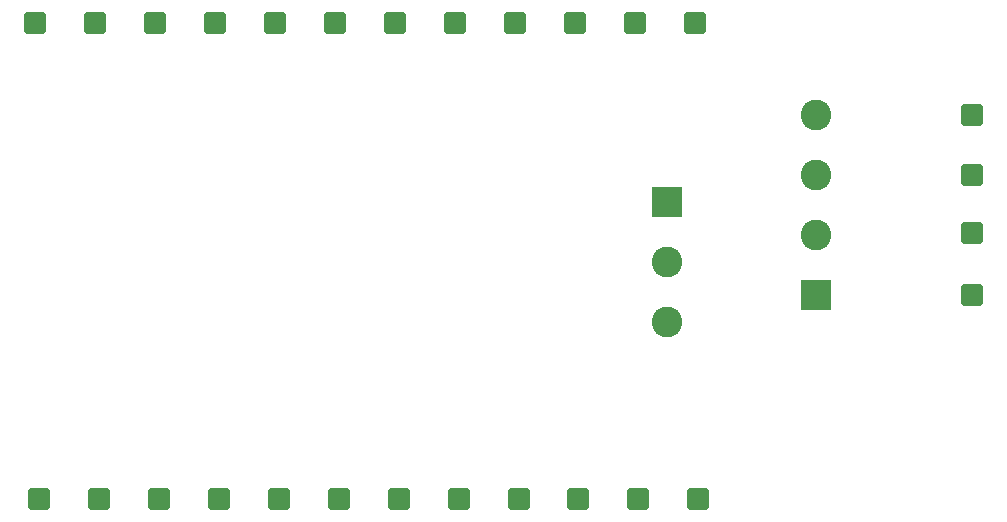
<source format=gbr>
%TF.GenerationSoftware,KiCad,Pcbnew,8.0.2*%
%TF.CreationDate,2024-07-03T12:32:50+02:00*%
%TF.ProjectId,OSSD_TEST_PCB,4f535344-5f54-4455-9354-5f5043422e6b,rev?*%
%TF.SameCoordinates,Original*%
%TF.FileFunction,Soldermask,Bot*%
%TF.FilePolarity,Negative*%
%FSLAX46Y46*%
G04 Gerber Fmt 4.6, Leading zero omitted, Abs format (unit mm)*
G04 Created by KiCad (PCBNEW 8.0.2) date 2024-07-03 12:32:50*
%MOMM*%
%LPD*%
G01*
G04 APERTURE LIST*
G04 Aperture macros list*
%AMRoundRect*
0 Rectangle with rounded corners*
0 $1 Rounding radius*
0 $2 $3 $4 $5 $6 $7 $8 $9 X,Y pos of 4 corners*
0 Add a 4 corners polygon primitive as box body*
4,1,4,$2,$3,$4,$5,$6,$7,$8,$9,$2,$3,0*
0 Add four circle primitives for the rounded corners*
1,1,$1+$1,$2,$3*
1,1,$1+$1,$4,$5*
1,1,$1+$1,$6,$7*
1,1,$1+$1,$8,$9*
0 Add four rect primitives between the rounded corners*
20,1,$1+$1,$2,$3,$4,$5,0*
20,1,$1+$1,$4,$5,$6,$7,0*
20,1,$1+$1,$6,$7,$8,$9,0*
20,1,$1+$1,$8,$9,$2,$3,0*%
G04 Aperture macros list end*
%ADD10R,2.600000X2.600000*%
%ADD11C,2.600000*%
%ADD12RoundRect,0.250000X-0.675000X-0.675000X0.675000X-0.675000X0.675000X0.675000X-0.675000X0.675000X0*%
%ADD13RoundRect,0.250000X0.675000X0.675000X-0.675000X0.675000X-0.675000X-0.675000X0.675000X-0.675000X0*%
G04 APERTURE END LIST*
D10*
%TO.C,J1101*%
X167589000Y-97150000D03*
D11*
X167589000Y-102230000D03*
X167589000Y-107310000D03*
%TD*%
D10*
%TO.C,J1005*%
X180213000Y-105029000D03*
D11*
X180213000Y-99949000D03*
X180213000Y-94869000D03*
X180213000Y-89789000D03*
%TD*%
D12*
%TO.C,J1002*%
X193421000Y-99822000D03*
%TD*%
%TO.C,J702*%
X134366000Y-82042000D03*
%TD*%
%TO.C,J901*%
X169926000Y-82042000D03*
%TD*%
D13*
%TO.C,J302*%
X149987000Y-122301000D03*
%TD*%
%TO.C,J403*%
X139827000Y-122301000D03*
%TD*%
D12*
%TO.C,J903*%
X159766000Y-82042000D03*
%TD*%
%TO.C,J701*%
X139446000Y-82042000D03*
%TD*%
D13*
%TO.C,J203*%
X170180000Y-122301000D03*
%TD*%
D12*
%TO.C,J801*%
X154686000Y-82042000D03*
%TD*%
D13*
%TO.C,J401*%
X129667000Y-122301000D03*
%TD*%
D12*
%TO.C,J601*%
X124206000Y-82042000D03*
%TD*%
%TO.C,J603*%
X114046000Y-82042000D03*
%TD*%
%TO.C,J802*%
X149606000Y-82042000D03*
%TD*%
%TO.C,J803*%
X144526000Y-82042000D03*
%TD*%
D13*
%TO.C,J202*%
X165100000Y-122301000D03*
%TD*%
%TO.C,J503*%
X124587000Y-122301000D03*
%TD*%
D12*
%TO.C,J602*%
X119126000Y-82042000D03*
%TD*%
D13*
%TO.C,J402*%
X134747000Y-122301000D03*
%TD*%
%TO.C,J501*%
X114427000Y-122301000D03*
%TD*%
D12*
%TO.C,J902*%
X164846000Y-82042000D03*
%TD*%
D13*
%TO.C,J502*%
X119507000Y-122301000D03*
%TD*%
%TO.C,J201*%
X160020000Y-122301000D03*
%TD*%
D12*
%TO.C,J703*%
X129286000Y-82042000D03*
%TD*%
D13*
%TO.C,J303*%
X155067000Y-122301000D03*
%TD*%
D12*
%TO.C,J1003*%
X193421000Y-94869000D03*
%TD*%
D13*
%TO.C,J301*%
X144907000Y-122301000D03*
%TD*%
D12*
%TO.C,J1004*%
X193421000Y-89789000D03*
%TD*%
%TO.C,J1001*%
X193421000Y-105029000D03*
%TD*%
M02*

</source>
